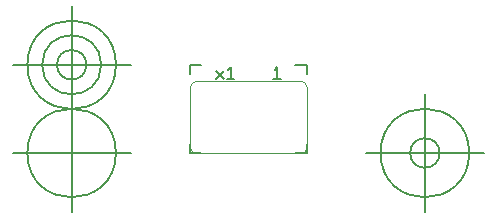
<source format=gbr>
G04 Generated by Ultiboard 11.0 *
%FSLAX25Y25*%
%MOIN*%

%ADD10C,0.00612*%
%ADD11C,0.00800*%
%ADD12C,0.00005*%
%ADD13C,0.00500*%


G04 ColorRGB FFFF00 for the following layer *
%LNSilkscreen Top*%
%LPD*%
%FSLAX25Y25*%
%MOIN*%
G54D10*
X13408Y38669D02*
X15759Y41425D01*
X13408Y41425D02*
X15759Y38669D01*
X17327Y41819D02*
X18111Y42606D01*
X18111Y42606D02*
X18111Y38669D01*
X16935Y38669D02*
X19287Y38669D01*
G54D11*
X32787Y41819D02*
X33575Y42606D01*
X33575Y42606D02*
X33575Y38669D01*
X32394Y38669D02*
X34756Y38669D01*
G54D12*
X41000Y14000D02*
X41391Y14031D01*
X41391Y14031D02*
X41773Y14122D01*
X41773Y14122D02*
X42135Y14272D01*
X42135Y14272D02*
X42469Y14477D01*
X42469Y14477D02*
X42768Y14732D01*
X42768Y14732D02*
X43023Y15031D01*
X43023Y15031D02*
X43228Y15365D01*
X43228Y15365D02*
X43378Y15727D01*
X43378Y15727D02*
X43469Y16109D01*
X43469Y16109D02*
X43500Y16500D01*
X43500Y16500D02*
X43500Y35500D01*
X43500Y35500D02*
X43469Y35891D01*
X43469Y35891D02*
X43378Y36273D01*
X43378Y36273D02*
X43228Y36635D01*
X43228Y36635D02*
X43023Y36969D01*
X43023Y36969D02*
X42768Y37268D01*
X42768Y37268D02*
X42469Y37523D01*
X42469Y37523D02*
X42135Y37728D01*
X42135Y37728D02*
X41773Y37878D01*
X41773Y37878D02*
X41391Y37969D01*
X41391Y37969D02*
X41000Y38000D01*
X41000Y38000D02*
X7000Y38000D01*
X7000Y38000D02*
X6609Y37969D01*
X6609Y37969D02*
X6227Y37878D01*
X6227Y37878D02*
X5865Y37728D01*
X5865Y37728D02*
X5531Y37523D01*
X5531Y37523D02*
X5232Y37268D01*
X5232Y37268D02*
X4977Y36969D01*
X4977Y36969D02*
X4772Y36635D01*
X4772Y36635D02*
X4622Y36273D01*
X4622Y36273D02*
X4531Y35891D01*
X4531Y35891D02*
X4500Y35500D01*
X4500Y35500D02*
X4500Y16500D01*
X4500Y16500D02*
X4531Y16109D01*
X4531Y16109D02*
X4622Y15727D01*
X4622Y15727D02*
X4772Y15365D01*
X4772Y15365D02*
X4977Y15031D01*
X4977Y15031D02*
X5232Y14732D01*
X5232Y14732D02*
X5531Y14477D01*
X5531Y14477D02*
X5865Y14272D01*
X5865Y14272D02*
X6227Y14122D01*
X6227Y14122D02*
X6609Y14031D01*
X6609Y14031D02*
X7000Y14000D01*
X7000Y14000D02*
X41000Y14000D01*
G54D13*
X4498Y13998D02*
X4498Y16938D01*
X4498Y13998D02*
X8398Y13998D01*
X43503Y13998D02*
X39602Y13998D01*
X43503Y13998D02*
X43503Y16938D01*
X43503Y43400D02*
X43503Y40460D01*
X43503Y43400D02*
X39602Y43400D01*
X4498Y43400D02*
X8398Y43400D01*
X4498Y43400D02*
X4498Y40460D01*
X-15188Y13998D02*
X-54558Y13998D01*
X-34873Y-5688D02*
X-34873Y33683D01*
X-49636Y13998D02*
G75*
D01*
G02X-49636Y13998I14764J0*
G01*
X63188Y13998D02*
X102558Y13998D01*
X82873Y-5688D02*
X82873Y33683D01*
X68109Y13998D02*
G75*
D01*
G02X68109Y13998I14764J0*
G01*
X77951Y13998D02*
G75*
D01*
G02X77951Y13998I4921J0*
G01*
X-15188Y43400D02*
X-54558Y43400D01*
X-34873Y23715D02*
X-34873Y63085D01*
X-49636Y43400D02*
G75*
D01*
G02X-49636Y43400I14764J0*
G01*
X-44715Y43400D02*
G75*
D01*
G02X-44715Y43400I9843J0*
G01*
X-39794Y43400D02*
G75*
D01*
G02X-39794Y43400I4921J0*
G01*

M00*

</source>
